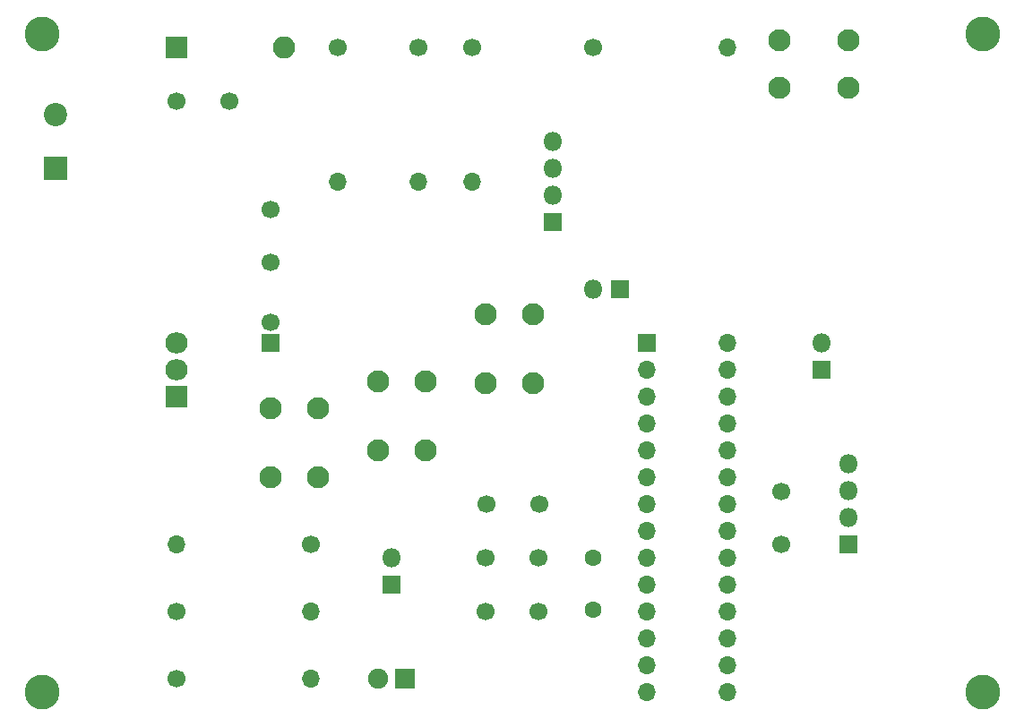
<source format=gbr>
%TF.GenerationSoftware,KiCad,Pcbnew,(5.1.6)-1*%
%TF.CreationDate,2020-10-24T11:54:38+02:00*%
%TF.ProjectId,Basic_Clock,42617369-635f-4436-9c6f-636b2e6b6963,rev?*%
%TF.SameCoordinates,Original*%
%TF.FileFunction,Soldermask,Top*%
%TF.FilePolarity,Negative*%
%FSLAX46Y46*%
G04 Gerber Fmt 4.6, Leading zero omitted, Abs format (unit mm)*
G04 Created by KiCad (PCBNEW (5.1.6)-1) date 2020-10-24 11:54:38*
%MOMM*%
%LPD*%
G01*
G04 APERTURE LIST*
%ADD10O,1.800000X1.800000*%
%ADD11R,1.800000X1.800000*%
%ADD12C,1.700000*%
%ADD13C,2.100000*%
%ADD14C,1.600000*%
%ADD15O,2.100000X2.005000*%
%ADD16R,2.100000X2.005000*%
%ADD17C,1.900000*%
%ADD18R,1.900000X1.900000*%
%ADD19R,1.700000X1.700000*%
%ADD20O,1.700000X1.700000*%
%ADD21R,2.100000X2.100000*%
%ADD22O,2.100000X2.100000*%
%ADD23C,3.300000*%
%ADD24R,2.200000X2.200000*%
%ADD25C,2.200000*%
G04 APERTURE END LIST*
D10*
%TO.C,J_UART1*%
X92710000Y-132080000D03*
D11*
X95250000Y-132080000D03*
%TD*%
D10*
%TO.C,J_POWER1*%
X73660000Y-157480000D03*
D11*
X73660000Y-160020000D03*
%TD*%
D10*
%TO.C,J_I2C1*%
X114300000Y-137160000D03*
D11*
X114300000Y-139700000D03*
%TD*%
D12*
%TO.C,C5 100nF*%
X62230000Y-124540000D03*
X62230000Y-129540000D03*
%TD*%
D13*
%TO.C,SW4*%
X62230000Y-143360000D03*
X66730000Y-143360000D03*
X62230000Y-149860000D03*
X66730000Y-149860000D03*
%TD*%
D10*
%TO.C,J2*%
X88900000Y-118110000D03*
X88900000Y-120650000D03*
X88900000Y-123190000D03*
D11*
X88900000Y-125730000D03*
%TD*%
D10*
%TO.C,J1*%
X116840000Y-148590000D03*
X116840000Y-151130000D03*
X116840000Y-153670000D03*
D11*
X116840000Y-156210000D03*
%TD*%
D14*
%TO.C,Y1*%
X92710000Y-162360000D03*
X92710000Y-157480000D03*
%TD*%
D15*
%TO.C,U1*%
X53340000Y-137160000D03*
X53340000Y-139700000D03*
D16*
X53340000Y-142240000D03*
%TD*%
D13*
%TO.C,SW3*%
X72390000Y-140820000D03*
X76890000Y-140820000D03*
X72390000Y-147320000D03*
X76890000Y-147320000D03*
%TD*%
%TO.C,SW2*%
X82550000Y-134470000D03*
X87050000Y-134470000D03*
X82550000Y-140970000D03*
X87050000Y-140970000D03*
%TD*%
%TO.C,SW1*%
X110340000Y-113030000D03*
X110340000Y-108530000D03*
X116840000Y-113030000D03*
X116840000Y-108530000D03*
%TD*%
D17*
%TO.C,D1*%
X72390000Y-168910000D03*
D18*
X74930000Y-168910000D03*
%TD*%
D12*
%TO.C,C1 22pF*%
X87550000Y-157480000D03*
X82550000Y-157480000D03*
%TD*%
%TO.C,C2 22pF*%
X82550000Y-162560000D03*
X87550000Y-162560000D03*
%TD*%
%TO.C,C3 100nF*%
X53340000Y-114300000D03*
X58340000Y-114300000D03*
%TD*%
D19*
%TO.C,C4 1uF*%
X62230000Y-137160000D03*
D12*
X62230000Y-135160000D03*
%TD*%
%TO.C,C6 100nF*%
X110490000Y-156210000D03*
X110490000Y-151210000D03*
%TD*%
%TO.C,C7 100nF*%
X82630000Y-152400000D03*
X87630000Y-152400000D03*
%TD*%
D19*
%TO.C,U2*%
X97790000Y-137160000D03*
D20*
X105410000Y-170180000D03*
X97790000Y-139700000D03*
X105410000Y-167640000D03*
X97790000Y-142240000D03*
X105410000Y-165100000D03*
X97790000Y-144780000D03*
X105410000Y-162560000D03*
X97790000Y-147320000D03*
X105410000Y-160020000D03*
X97790000Y-149860000D03*
X105410000Y-157480000D03*
X97790000Y-152400000D03*
X105410000Y-154940000D03*
X97790000Y-154940000D03*
X105410000Y-152400000D03*
X97790000Y-157480000D03*
X105410000Y-149860000D03*
X97790000Y-160020000D03*
X105410000Y-147320000D03*
X97790000Y-162560000D03*
X105410000Y-144780000D03*
X97790000Y-165100000D03*
X105410000Y-142240000D03*
X97790000Y-167640000D03*
X105410000Y-139700000D03*
X97790000Y-170180000D03*
X105410000Y-137160000D03*
%TD*%
D21*
%TO.C,D2*%
X53340000Y-109220000D03*
D22*
X63500000Y-109220000D03*
%TD*%
D23*
%TO.C,H1*%
X40640000Y-107950000D03*
%TD*%
%TO.C,H2*%
X129540000Y-170180000D03*
%TD*%
%TO.C,H3*%
X40640000Y-170180000D03*
%TD*%
%TO.C,H4*%
X129540000Y-107950000D03*
%TD*%
D12*
%TO.C,R1 240*%
X66040000Y-156210000D03*
D20*
X53340000Y-156210000D03*
%TD*%
%TO.C,R2 720*%
X66040000Y-162560000D03*
D12*
X53340000Y-162560000D03*
%TD*%
%TO.C,R3 1k*%
X53340000Y-168910000D03*
D20*
X66040000Y-168910000D03*
%TD*%
%TO.C,R4 10k*%
X81280000Y-121920000D03*
D12*
X81280000Y-109220000D03*
%TD*%
%TO.C,R5 10k*%
X76200000Y-109220000D03*
D20*
X76200000Y-121920000D03*
%TD*%
%TO.C,R6 10k*%
X68580000Y-121920000D03*
D12*
X68580000Y-109220000D03*
%TD*%
D24*
%TO.C,J4*%
X41910000Y-120650000D03*
D25*
X41910000Y-115570000D03*
%TD*%
D12*
%TO.C,R7 10k*%
X92710000Y-109220000D03*
D20*
X105410000Y-109220000D03*
%TD*%
M02*

</source>
